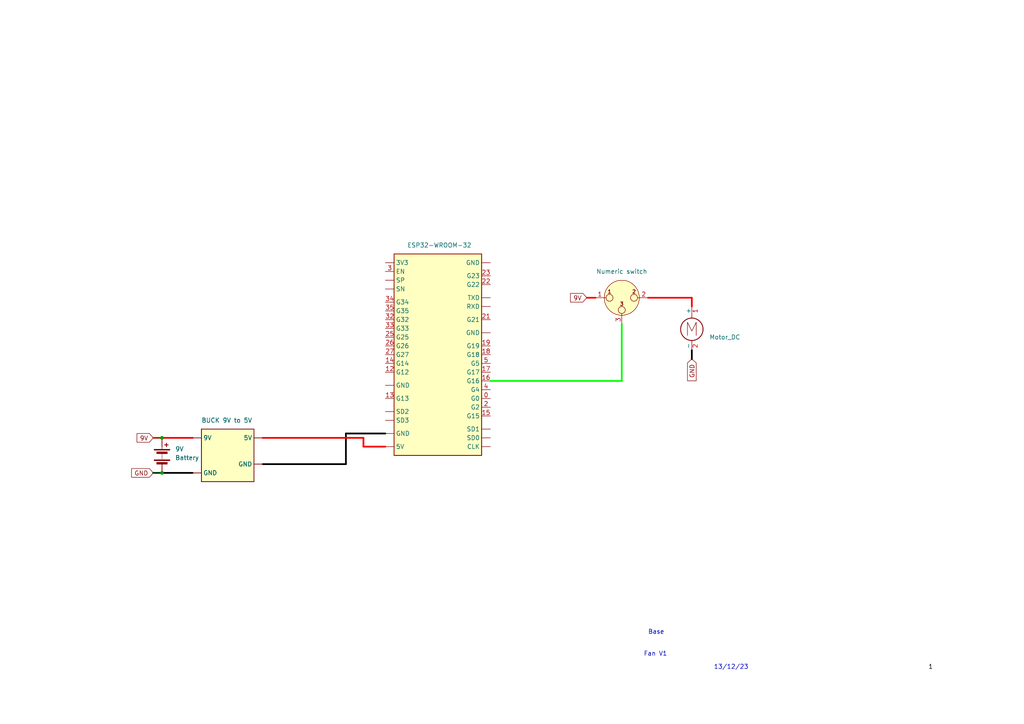
<source format=kicad_sch>
(kicad_sch (version 20230121) (generator eeschema)
  (paper "A4")
  (lib_symbols
    (symbol "Connector_Audio:XLR3_Switched" (pin_names hide)
      (property "Reference" "J" (at 0 8.89 0))
      (property "Value" "XLR3_Switched" (at 0 6.35 0))
      (symbol "XLR3_Switched_1_1"
        (circle (center -3.556 0) (radius 1.016))
        (circle (center 0 -3.556) (radius 1.016))
        (polyline (pts (xy -5.08 0) (xy -4.572 0)))
        (polyline (pts (xy 0 -5.08) (xy 0 -4.572)))
        (polyline (pts (xy 5.08 0) (xy 4.572 0)))
        (circle (center 0 0) (radius 5.08) (fill (type background)))
        (circle (center 3.556 0) (radius 1.016))
        (text "1" (at -3.556 1.778 0) (effects (font (size 1.016 1.016) bold)))
        (text "2" (at 3.556 1.778 0) (effects (font (size 1.016 1.016) bold)))
        (text "3" (at 0 -1.778 0) (effects (font (size 1.016 1.016) bold)))
        (pin passive line (at -7.62 0 0) (length 2.54) (name "~") (number "1"))
        (pin passive line (at 7.62 0 180) (length 2.54) (name "~") (number "2"))
        (pin passive line (at 0 -7.62 90) (length 2.54) (name "~") (number "3"))
      )
      (symbol "XLR3_Switched_2_1"
        (rectangle (start -3.81 4.445) (end 3.81 -5.08) (stroke (width 0.254)) (fill (type background)))
        (circle (center -2.159 0) (radius 0.508) (stroke (width 0.254)))
        (polyline (pts (xy -5.08 0) (xy -2.794 0)))
        (polyline (pts (xy -1.651 0.127) (xy 2.54 1.905)) (stroke (width 0.254)))
        (polyline (pts (xy 5.08 -2.54) (xy 2.794 -2.54)))
        (polyline (pts (xy 5.08 2.54) (xy 2.794 2.54)))
        (circle (center 2.159 -2.54) (radius 0.508) (stroke (width 0.254)))
        (circle (center 2.159 2.54) (radius 0.508) (stroke (width 0.254)))
        (pin passive line (at -7.62 0 0) (length 2.54) (name "~") (number "N"))
        (pin passive line (at 7.62 2.54 180) (length 2.54) (name "~") (number "NC"))
        (pin passive line (at 7.62 -2.54 180) (length 2.54) (name "~") (number "NO"))
      )
    )
    (symbol "Device:Battery" (pin_numbers hide) (pin_names (offset 0) hide)
      (property "Reference" "9V" (at 3.81 1.8415 0))
      (property "Value" "Battery" (at 3.81 -0.6985 0))
      (symbol "Battery_0_1"
        (rectangle (start -2.286 -1.27) (end 2.286 -1.524) (fill (type outline)))
        (rectangle (start -2.286 1.778) (end 2.286 1.524) (fill (type outline)))
        (rectangle (start -1.524 -2.032) (end 1.524 -2.54) (fill (type outline)))
        (rectangle (start -1.524 1.016) (end 1.524 0.508) (fill (type outline)))
        (polyline (pts (xy 0 -1.016) (xy 0 -0.762)))
        (polyline (pts (xy 0 -0.508) (xy 0 -0.254)))
        (polyline (pts (xy 0 0) (xy 0 0.254)))
        (polyline (pts (xy 0 1.778) (xy 0 2.54)))
        (polyline (pts (xy 0.762 3.048) (xy 1.778 3.048)) (stroke (width 0.254)))
        (polyline (pts (xy 1.27 3.556) (xy 1.27 2.54)) (stroke (width 0.254)))
      )
      (symbol "Battery_1_1"
        (pin passive line (at 0 5.08 270) (length 2.54) (name "+") (number "1"))
        (pin passive line (at 0 -5.08 90) (length 2.54) (name "-") (number "2"))
      )
    )
    (symbol "Driver_LED:HV9967BK7-G"
      (property "Reference" "U3" (at 2.1941 12.7 0))
      (property "Value" "BUCK 9V to 5V" (at 2.1941 10.16 0))
      (symbol "HV9967BK7-G_0_1"
        (rectangle (start -7.62 7.62) (end 7.62 -7.62) (stroke (width 0.254)) (fill (type background)))
      )
      (symbol "HV9967BK7-G_1_1"
        (pin power_out line (at 10.16 5.08 180) (length 2.54) (name "5V") (number ""))
        (pin power_in line (at -10.16 5.08 0) (length 2.54) (name "9V") (number ""))
        (pin bidirectional line (at -10.16 -5.08 0) (length 2.54) (name "GND") (number ""))
        (pin bidirectional line (at 10.16 -2.54 180) (length 2.54) (name "GND") (number ""))
      )
    )
    (symbol "Motor:Motor_DC" (pin_names (offset 0))
      (property "Reference" "M" (at 2.54 2.54 0))
      (property "Value" "Motor_DC" (at 2.54 -5.08 0))
      (symbol "Motor_DC_0_0"
        (polyline (pts (xy -1.27 -3.302) (xy -1.27 0.508) (xy 0 -2.032) (xy 1.27 0.508) (xy 1.27 -3.302)))
      )
      (symbol "Motor_DC_0_1"
        (circle (center 0 -1.524) (radius 3.2512) (stroke (width 0.254)))
        (polyline (pts (xy 0 -7.62) (xy 0 -7.112)))
        (polyline (pts (xy 0 -4.7752) (xy 0 -5.1816)))
        (polyline (pts (xy 0 1.7272) (xy 0 2.0828)))
        (polyline (pts (xy 0 2.032) (xy 0 2.54)))
      )
      (symbol "Motor_DC_1_1"
        (pin passive line (at 0 5.08 270) (length 2.54) (name "+") (number "1"))
        (pin passive line (at 0 -7.62 90) (length 2.54) (name "-") (number "2"))
      )
    )
    (symbol "RF_Module:ESP32-WROOM-32"
      (property "Reference" "U1" (at -1.27 30.48 0))
      (property "Value" "ESP32-WROOM-32" (at -8.89 27.94 0))
      (symbol "ESP32-WROOM-32_0_1"
        (rectangle (start -12.7 25.4) (end 12.7 -33.02) (stroke (width 0.254)) (fill (type background)))
      )
      (symbol "ESP32-WROOM-32_1_1"
        (pin bidirectional line (at -15.24 22.86 0) (length 2.54) (name "3V3") (number ""))
        (pin bidirectional line (at -15.24 -30.48 0) (length 2.54) (name "5V") (number ""))
        (pin bidirectional line (at 15.24 -30.48 180) (length 2.54) (name "CLK") (number ""))
        (pin bidirectional line (at -15.24 -26.67 0) (length 2.54) (name "GND") (number ""))
        (pin bidirectional line (at -15.24 -12.7 0) (length 2.54) (name "GND") (number ""))
        (pin bidirectional line (at 15.24 2.54 180) (length 2.54) (name "GND") (number ""))
        (pin bidirectional line (at 15.24 22.86 180) (length 2.54) (name "GND") (number ""))
        (pin bidirectional line (at 15.24 10.16 180) (length 2.54) (name "RXD") (number ""))
        (pin bidirectional line (at 15.24 -27.94 180) (length 2.54) (name "SD0") (number ""))
        (pin bidirectional line (at 15.24 -25.4 180) (length 2.54) (name "SD1") (number ""))
        (pin bidirectional line (at -15.24 -20.32 0) (length 2.54) (name "SD2") (number ""))
        (pin bidirectional line (at -15.24 -22.86 0) (length 2.54) (name "SD3") (number ""))
        (pin input line (at -15.24 15.24 0) (length 2.54) (name "SN") (number ""))
        (pin input line (at -15.24 17.78 0) (length 2.54) (name "SP") (number ""))
        (pin bidirectional line (at 15.24 12.7 180) (length 2.54) (name "TXD") (number ""))
        (pin bidirectional line (at 15.24 -16.51 180) (length 2.54) (name "G0") (number "0"))
        (pin bidirectional line (at -15.24 -8.89 0) (length 2.54) (name "G12") (number "12"))
        (pin bidirectional line (at -15.24 -16.51 0) (length 2.54) (name "G13") (number "13"))
        (pin bidirectional line (at -15.24 -6.35 0) (length 2.54) (name "G14") (number "14"))
        (pin bidirectional line (at 15.24 -21.59 180) (length 2.54) (name "G15") (number "15"))
        (pin bidirectional line (at 15.24 -11.43 180) (length 2.54) (name "G16") (number "16"))
        (pin bidirectional line (at 15.24 -8.89 180) (length 2.54) (name "G17") (number "17"))
        (pin bidirectional line (at 15.24 -3.81 180) (length 2.54) (name "G18") (number "18"))
        (pin bidirectional line (at 15.24 -1.27 180) (length 2.54) (name "G19") (number "19"))
        (pin bidirectional line (at 15.24 -19.05 180) (length 2.54) (name "G2") (number "2"))
        (pin bidirectional line (at 15.24 6.35 180) (length 2.54) (name "G21") (number "21"))
        (pin bidirectional line (at 15.24 16.51 180) (length 2.54) (name "G22") (number "22"))
        (pin bidirectional line (at 15.24 19.05 180) (length 2.54) (name "G23") (number "23"))
        (pin bidirectional line (at -15.24 1.27 0) (length 2.54) (name "G25") (number "25"))
        (pin bidirectional line (at -15.24 -1.27 0) (length 2.54) (name "G26") (number "26"))
        (pin bidirectional line (at -15.24 -3.81 0) (length 2.54) (name "G27") (number "27"))
        (pin input line (at -15.24 20.32 0) (length 2.54) (name "EN") (number "3"))
        (pin bidirectional line (at -15.24 6.35 0) (length 2.54) (name "G32") (number "32"))
        (pin bidirectional line (at -15.24 3.81 0) (length 2.54) (name "G33") (number "33"))
        (pin input line (at -15.24 11.43 0) (length 2.54) (name "G34") (number "34"))
        (pin input line (at -15.24 8.89 0) (length 2.54) (name "G35") (number "35"))
        (pin bidirectional line (at 15.24 -13.97 180) (length 2.54) (name "G4") (number "4"))
        (pin bidirectional line (at 15.24 -6.35 180) (length 2.54) (name "G5") (number "5"))
      )
    )
  )
  (junction (at 46.99 127))
  (junction (at 46.99 137.16))
  (wire (pts (xy 44.45 137.16) (xy 46.99 137.16)))
  (wire (pts (xy 180.34 110.49) (xy 142.24 110.49)) (stroke (width 0.5) (color 0 255 0 1)))
  (wire (pts (xy 105.41 129.54) (xy 111.76 129.54)) (stroke (width 0.5) (color 255 0 0 1)))
  (wire (pts (xy 180.34 93.98) (xy 180.34 110.49)) (stroke (width 0.5) (color 0 255 0 1)))
  (wire (pts (xy 200.66 86.36) (xy 200.66 88.9)) (stroke (width 0.5) (color 255 0 0 1)))
  (wire (pts (xy 44.45 127) (xy 46.99 127)))
  (wire (pts (xy 100.33 134.62) (xy 100.33 125.73)) (stroke (width 0.5) (color 0 0 0 1)))
  (wire (pts (xy 46.99 137.16) (xy 55.88 137.16)) (stroke (width 0.5) (color 0 0 0 1)))
  (wire (pts (xy 200.66 104.14) (xy 200.66 101.6)) (stroke (width 0.5) (color 0 0 0 1)))
  (wire (pts (xy 187.96 86.36) (xy 200.66 86.36)) (stroke (width 0.5) (color 255 0 0 1)))
  (wire (pts (xy 44.45 127) (xy 46.99 127)) (stroke (width 0.5) (color 255 0 0 1)))
  (wire (pts (xy 105.41 129.54) (xy 105.41 127)) (stroke (width 0.5) (color 255 0 0 1)))
  (wire (pts (xy 170.18 86.36) (xy 172.72 86.36)) (stroke (width 0.5) (color 255 0 0 1)))
  (wire (pts (xy 46.99 127) (xy 55.88 127)) (stroke (width 0.5) (color 255 0 0 1)))
  (wire (pts (xy 76.2 134.62) (xy 100.33 134.62)) (stroke (width 0.5) (color 0 0 0 1)))
  (wire (pts (xy 44.45 137.16) (xy 46.99 137.16)) (stroke (width 0.5) (color 0 0 0 1)))
  (wire (pts (xy 105.41 127) (xy 76.2 127)) (stroke (width 0.5) (color 255 0 0 1)))
  (wire (pts (xy 100.33 125.73) (xy 111.76 125.73)) (stroke (width 0.5) (color 0 0 0 1)))
  (text "1" (at 269.24 194.31 0) (effects (font (size 1.27 1.27)) (justify left bottom)))
  (text "13/12/23" (at 207.01 194.31 0) (effects (font (size 1.27 1.27)) (justify left bottom)))
  (text "Base" (at 187.96 184.15 0) (effects (font (size 1.27 1.27)) (justify left bottom)))
  (text "Fan V1" (at 186.69 190.5 0) (effects (font (size 1.27 1.27)) (justify left bottom)))
  (global_label "9V" (shape input) (at 170.18 86.36 180) (property "Intersheetrefs" "${INTERSHEET_REFS}" (effects hide)))
  (global_label "9V" (shape input) (at 44.45 127 180) (property "Intersheetrefs" "${INTERSHEET_REFS}" (effects hide)))
  (global_label "GND" (shape input) (at 200.66 104.14 270) (property "Intersheetrefs" "${INTERSHEET_REFS}" (effects hide)))
  (global_label "GND" (shape input) (at 44.45 137.16 180) (property "Intersheetrefs" "${INTERSHEET_REFS}" (effects hide)))
  (symbol (lib_id "RF_Module:ESP32-WROOM-32") (at 127 99.06 0) (unit 1)
    (property "Reference" "U1" (effects hide))
    (property "Value" "ESP32-WROOM-32" (at 118.11 71.12 0) (effects (justify left)))
    (property "Footprint" "RF_Module:ESP32-WROOM-32" (effects hide))
    (property "Datasheet" "https://www.espressif.com/sites/default/files/documentation/esp32-wroom-32_datasheet_en.pdf" (effects hide))
  )
  (symbol (lib_id "Motor:Motor_DC") (at 200.66 93.98 0) (unit 1)
    (property "Reference" "M1" (effects hide))
    (property "Value" "Motor_DC" (at 205.74 97.79 0) (effects (justify left)))
  )
  (symbol (lib_id "Driver_LED:HV9967BK7-G") (at 66.04 132.08 0) (unit 1)
    (property "Reference" "U3" (effects hide))
    (property "Value" "BUCK 9V to 5V" (at 58.42 121.92 0) (effects (justify left)))
  )
  (symbol (lib_id "Connector_Audio:XLR3_Switched") (at 180.34 86.36 0) (unit 1)
    (property "Reference" "J1" (effects hide))
    (property "Value" "Numeric switch" (at 180.34 78.74 0))
    (property "Datasheet" " ~" (effects hide))
  )
  (symbol (lib_id "Device:Battery") (at 46.99 132.08 0) (unit 1)
    (property "Reference" "9V" (at 50.8 130.2385 0) (effects (justify left)))
    (property "Value" "Battery" (at 50.8 132.7785 0) (effects (justify left)))
  )
)
</source>
